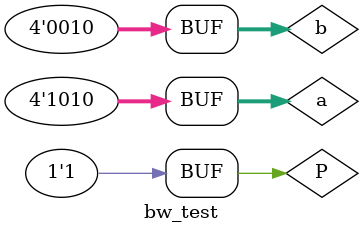
<source format=v>
`timescale 1ns / 1ps


module bw_test;

	// Inputs
	reg [3:0] a;
	reg [3:0] b;
	reg P;

	// Outputs
	wire [7:0] p;

	// Instantiate the Unit Under Test (UUT)
	multiplierMxN uut (
		.a(a), 
		.b(b), 
		.P(P), 
		.p(p)
	);

	initial begin
		// Initialize Inputs
		a = 4'b1010;
		b = 4'b0010;
		P = 1;

		// Wait 100 ns for global reset to finish
		#100;
        
		// Add stimulus here

	end
      
endmodule


</source>
